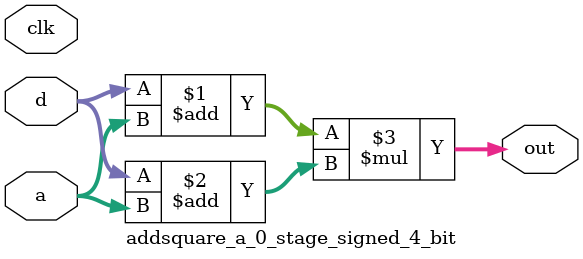
<source format=sv>
(* use_dsp = "yes" *) module addsquare_a_0_stage_signed_4_bit(
	input signed [3:0] a,
	input signed [3:0] d,
	output [3:0] out,
	input clk);

	assign out = (d + a) * (d + a);
endmodule

</source>
